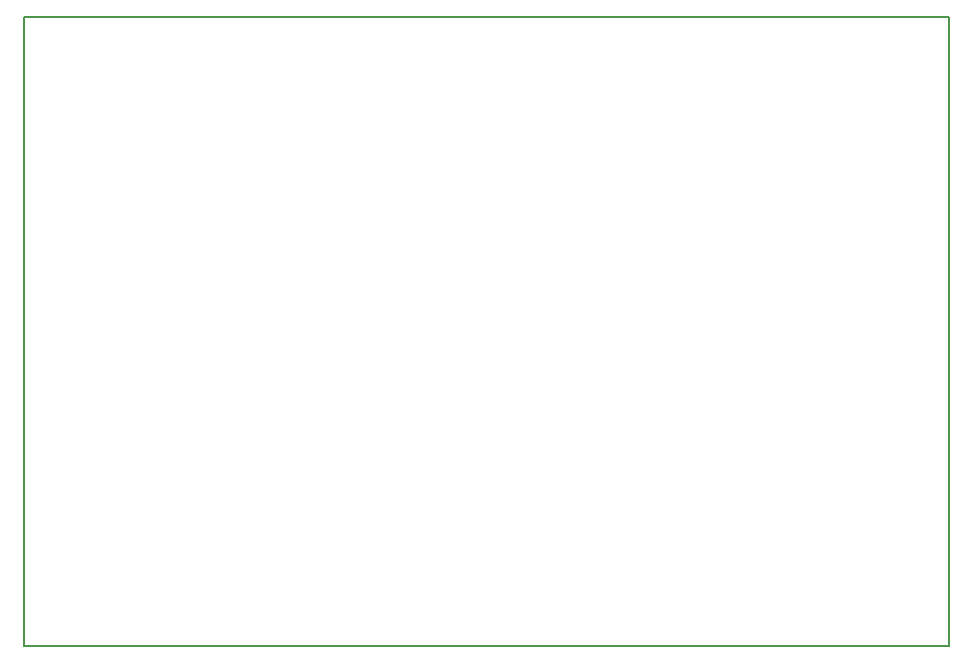
<source format=gm1>
G04 MADE WITH FRITZING*
G04 WWW.FRITZING.ORG*
G04 DOUBLE SIDED*
G04 HOLES PLATED*
G04 CONTOUR ON CENTER OF CONTOUR VECTOR*
%ASAXBY*%
%FSLAX23Y23*%
%MOIN*%
%OFA0B0*%
%SFA1.0B1.0*%
%ADD10R,3.091090X2.106300*%
%ADD11C,0.008000*%
%ADD10C,0.008*%
%LNCONTOUR*%
G90*
G70*
G54D10*
G54D11*
X4Y2102D02*
X3087Y2102D01*
X3087Y4D01*
X4Y4D01*
X4Y2102D01*
D02*
G04 End of contour*
M02*
</source>
